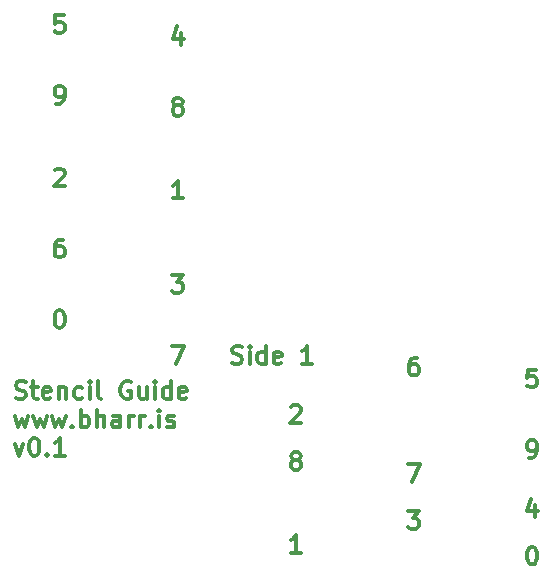
<source format=gto>
G04 (created by PCBNEW (2013-mar-13)-testing) date Fri 14 Jun 2013 17:44:45 WST*
%MOIN*%
G04 Gerber Fmt 3.4, Leading zero omitted, Abs format*
%FSLAX34Y34*%
G01*
G70*
G90*
G04 APERTURE LIST*
%ADD10C,0.006000*%
%ADD11C,0.011811*%
G04 APERTURE END LIST*
G54D10*
G54D11*
X39876Y-52601D02*
X39960Y-52629D01*
X40101Y-52629D01*
X40157Y-52601D01*
X40185Y-52573D01*
X40213Y-52516D01*
X40213Y-52460D01*
X40185Y-52404D01*
X40157Y-52376D01*
X40101Y-52348D01*
X39988Y-52320D01*
X39932Y-52291D01*
X39904Y-52263D01*
X39876Y-52207D01*
X39876Y-52151D01*
X39904Y-52095D01*
X39932Y-52066D01*
X39988Y-52038D01*
X40129Y-52038D01*
X40213Y-52066D01*
X40382Y-52235D02*
X40607Y-52235D01*
X40466Y-52038D02*
X40466Y-52544D01*
X40494Y-52601D01*
X40551Y-52629D01*
X40607Y-52629D01*
X41029Y-52601D02*
X40973Y-52629D01*
X40860Y-52629D01*
X40804Y-52601D01*
X40776Y-52544D01*
X40776Y-52320D01*
X40804Y-52263D01*
X40860Y-52235D01*
X40973Y-52235D01*
X41029Y-52263D01*
X41057Y-52320D01*
X41057Y-52376D01*
X40776Y-52432D01*
X41310Y-52235D02*
X41310Y-52629D01*
X41310Y-52291D02*
X41338Y-52263D01*
X41394Y-52235D01*
X41479Y-52235D01*
X41535Y-52263D01*
X41563Y-52320D01*
X41563Y-52629D01*
X42097Y-52601D02*
X42041Y-52629D01*
X41929Y-52629D01*
X41872Y-52601D01*
X41844Y-52573D01*
X41816Y-52516D01*
X41816Y-52348D01*
X41844Y-52291D01*
X41872Y-52263D01*
X41929Y-52235D01*
X42041Y-52235D01*
X42097Y-52263D01*
X42350Y-52629D02*
X42350Y-52235D01*
X42350Y-52038D02*
X42322Y-52066D01*
X42350Y-52095D01*
X42379Y-52066D01*
X42350Y-52038D01*
X42350Y-52095D01*
X42716Y-52629D02*
X42660Y-52601D01*
X42632Y-52544D01*
X42632Y-52038D01*
X43700Y-52066D02*
X43644Y-52038D01*
X43560Y-52038D01*
X43475Y-52066D01*
X43419Y-52123D01*
X43391Y-52179D01*
X43363Y-52291D01*
X43363Y-52376D01*
X43391Y-52488D01*
X43419Y-52544D01*
X43475Y-52601D01*
X43560Y-52629D01*
X43616Y-52629D01*
X43700Y-52601D01*
X43728Y-52573D01*
X43728Y-52376D01*
X43616Y-52376D01*
X44235Y-52235D02*
X44235Y-52629D01*
X43982Y-52235D02*
X43982Y-52544D01*
X44010Y-52601D01*
X44066Y-52629D01*
X44150Y-52629D01*
X44206Y-52601D01*
X44235Y-52573D01*
X44516Y-52629D02*
X44516Y-52235D01*
X44516Y-52038D02*
X44488Y-52066D01*
X44516Y-52095D01*
X44544Y-52066D01*
X44516Y-52038D01*
X44516Y-52095D01*
X45050Y-52629D02*
X45050Y-52038D01*
X45050Y-52601D02*
X44994Y-52629D01*
X44881Y-52629D01*
X44825Y-52601D01*
X44797Y-52573D01*
X44769Y-52516D01*
X44769Y-52348D01*
X44797Y-52291D01*
X44825Y-52263D01*
X44881Y-52235D01*
X44994Y-52235D01*
X45050Y-52263D01*
X45556Y-52601D02*
X45500Y-52629D01*
X45388Y-52629D01*
X45331Y-52601D01*
X45303Y-52544D01*
X45303Y-52320D01*
X45331Y-52263D01*
X45388Y-52235D01*
X45500Y-52235D01*
X45556Y-52263D01*
X45584Y-52320D01*
X45584Y-52376D01*
X45303Y-52432D01*
X39848Y-53180D02*
X39960Y-53574D01*
X40073Y-53293D01*
X40185Y-53574D01*
X40298Y-53180D01*
X40466Y-53180D02*
X40579Y-53574D01*
X40691Y-53293D01*
X40804Y-53574D01*
X40916Y-53180D01*
X41085Y-53180D02*
X41197Y-53574D01*
X41310Y-53293D01*
X41422Y-53574D01*
X41535Y-53180D01*
X41760Y-53517D02*
X41788Y-53546D01*
X41760Y-53574D01*
X41732Y-53546D01*
X41760Y-53517D01*
X41760Y-53574D01*
X42041Y-53574D02*
X42041Y-52983D01*
X42041Y-53208D02*
X42097Y-53180D01*
X42210Y-53180D01*
X42266Y-53208D01*
X42294Y-53236D01*
X42322Y-53293D01*
X42322Y-53461D01*
X42294Y-53517D01*
X42266Y-53546D01*
X42210Y-53574D01*
X42097Y-53574D01*
X42041Y-53546D01*
X42575Y-53574D02*
X42575Y-52983D01*
X42829Y-53574D02*
X42829Y-53264D01*
X42800Y-53208D01*
X42744Y-53180D01*
X42660Y-53180D01*
X42604Y-53208D01*
X42575Y-53236D01*
X43363Y-53574D02*
X43363Y-53264D01*
X43335Y-53208D01*
X43278Y-53180D01*
X43166Y-53180D01*
X43110Y-53208D01*
X43363Y-53546D02*
X43307Y-53574D01*
X43166Y-53574D01*
X43110Y-53546D01*
X43082Y-53489D01*
X43082Y-53433D01*
X43110Y-53377D01*
X43166Y-53349D01*
X43307Y-53349D01*
X43363Y-53321D01*
X43644Y-53574D02*
X43644Y-53180D01*
X43644Y-53293D02*
X43672Y-53236D01*
X43700Y-53208D01*
X43757Y-53180D01*
X43813Y-53180D01*
X44010Y-53574D02*
X44010Y-53180D01*
X44010Y-53293D02*
X44038Y-53236D01*
X44066Y-53208D01*
X44122Y-53180D01*
X44178Y-53180D01*
X44375Y-53517D02*
X44403Y-53546D01*
X44375Y-53574D01*
X44347Y-53546D01*
X44375Y-53517D01*
X44375Y-53574D01*
X44656Y-53574D02*
X44656Y-53180D01*
X44656Y-52983D02*
X44628Y-53011D01*
X44656Y-53039D01*
X44685Y-53011D01*
X44656Y-52983D01*
X44656Y-53039D01*
X44910Y-53546D02*
X44966Y-53574D01*
X45078Y-53574D01*
X45134Y-53546D01*
X45163Y-53489D01*
X45163Y-53461D01*
X45134Y-53405D01*
X45078Y-53377D01*
X44994Y-53377D01*
X44938Y-53349D01*
X44910Y-53293D01*
X44910Y-53264D01*
X44938Y-53208D01*
X44994Y-53180D01*
X45078Y-53180D01*
X45134Y-53208D01*
X39848Y-54125D02*
X39988Y-54519D01*
X40129Y-54125D01*
X40466Y-53928D02*
X40523Y-53928D01*
X40579Y-53956D01*
X40607Y-53984D01*
X40635Y-54041D01*
X40663Y-54153D01*
X40663Y-54294D01*
X40635Y-54406D01*
X40607Y-54462D01*
X40579Y-54491D01*
X40523Y-54519D01*
X40466Y-54519D01*
X40410Y-54491D01*
X40382Y-54462D01*
X40354Y-54406D01*
X40326Y-54294D01*
X40326Y-54153D01*
X40354Y-54041D01*
X40382Y-53984D01*
X40410Y-53956D01*
X40466Y-53928D01*
X40916Y-54462D02*
X40944Y-54491D01*
X40916Y-54519D01*
X40888Y-54491D01*
X40916Y-54462D01*
X40916Y-54519D01*
X41507Y-54519D02*
X41169Y-54519D01*
X41338Y-54519D02*
X41338Y-53928D01*
X41282Y-54012D01*
X41226Y-54069D01*
X41169Y-54097D01*
X57199Y-56172D02*
X57199Y-56566D01*
X57058Y-55947D02*
X56917Y-56369D01*
X57283Y-56369D01*
X56974Y-54597D02*
X57086Y-54597D01*
X57142Y-54569D01*
X57170Y-54541D01*
X57227Y-54457D01*
X57255Y-54344D01*
X57255Y-54119D01*
X57227Y-54063D01*
X57199Y-54035D01*
X57142Y-54007D01*
X57030Y-54007D01*
X56974Y-54035D01*
X56946Y-54063D01*
X56917Y-54119D01*
X56917Y-54260D01*
X56946Y-54316D01*
X56974Y-54344D01*
X57030Y-54372D01*
X57142Y-54372D01*
X57199Y-54344D01*
X57227Y-54316D01*
X57255Y-54260D01*
X57227Y-51645D02*
X56946Y-51645D01*
X56917Y-51926D01*
X56946Y-51898D01*
X57002Y-51870D01*
X57142Y-51870D01*
X57199Y-51898D01*
X57227Y-51926D01*
X57255Y-51982D01*
X57255Y-52123D01*
X57227Y-52179D01*
X57199Y-52207D01*
X57142Y-52235D01*
X57002Y-52235D01*
X56946Y-52207D01*
X56917Y-52179D01*
X52952Y-54794D02*
X53346Y-54794D01*
X53093Y-55385D01*
X53262Y-51251D02*
X53149Y-51251D01*
X53093Y-51279D01*
X53065Y-51307D01*
X53008Y-51392D01*
X52980Y-51504D01*
X52980Y-51729D01*
X53008Y-51785D01*
X53037Y-51813D01*
X53093Y-51841D01*
X53205Y-51841D01*
X53262Y-51813D01*
X53290Y-51785D01*
X53318Y-51729D01*
X53318Y-51588D01*
X53290Y-51532D01*
X53262Y-51504D01*
X53205Y-51476D01*
X53093Y-51476D01*
X53037Y-51504D01*
X53008Y-51532D01*
X52980Y-51588D01*
X49156Y-54654D02*
X49100Y-54625D01*
X49071Y-54597D01*
X49043Y-54541D01*
X49043Y-54513D01*
X49071Y-54457D01*
X49100Y-54429D01*
X49156Y-54401D01*
X49268Y-54401D01*
X49325Y-54429D01*
X49353Y-54457D01*
X49381Y-54513D01*
X49381Y-54541D01*
X49353Y-54597D01*
X49325Y-54625D01*
X49268Y-54654D01*
X49156Y-54654D01*
X49100Y-54682D01*
X49071Y-54710D01*
X49043Y-54766D01*
X49043Y-54879D01*
X49071Y-54935D01*
X49100Y-54963D01*
X49156Y-54991D01*
X49268Y-54991D01*
X49325Y-54963D01*
X49353Y-54935D01*
X49381Y-54879D01*
X49381Y-54766D01*
X49353Y-54710D01*
X49325Y-54682D01*
X49268Y-54654D01*
X45078Y-50857D02*
X45472Y-50857D01*
X45219Y-51448D01*
X41451Y-47314D02*
X41338Y-47314D01*
X41282Y-47342D01*
X41254Y-47370D01*
X41197Y-47455D01*
X41169Y-47567D01*
X41169Y-47792D01*
X41197Y-47848D01*
X41226Y-47876D01*
X41282Y-47904D01*
X41394Y-47904D01*
X41451Y-47876D01*
X41479Y-47848D01*
X41507Y-47792D01*
X41507Y-47651D01*
X41479Y-47595D01*
X41451Y-47567D01*
X41394Y-47539D01*
X41282Y-47539D01*
X41226Y-47567D01*
X41197Y-47595D01*
X41169Y-47651D01*
X45219Y-42843D02*
X45163Y-42814D01*
X45134Y-42786D01*
X45106Y-42730D01*
X45106Y-42702D01*
X45134Y-42646D01*
X45163Y-42618D01*
X45219Y-42589D01*
X45331Y-42589D01*
X45388Y-42618D01*
X45416Y-42646D01*
X45444Y-42702D01*
X45444Y-42730D01*
X45416Y-42786D01*
X45388Y-42814D01*
X45331Y-42843D01*
X45219Y-42843D01*
X45163Y-42871D01*
X45134Y-42899D01*
X45106Y-42955D01*
X45106Y-43068D01*
X45134Y-43124D01*
X45163Y-43152D01*
X45219Y-43180D01*
X45331Y-43180D01*
X45388Y-43152D01*
X45416Y-43124D01*
X45444Y-43068D01*
X45444Y-42955D01*
X45416Y-42899D01*
X45388Y-42871D01*
X45331Y-42843D01*
X41226Y-42786D02*
X41338Y-42786D01*
X41394Y-42758D01*
X41422Y-42730D01*
X41479Y-42646D01*
X41507Y-42533D01*
X41507Y-42308D01*
X41479Y-42252D01*
X41451Y-42224D01*
X41394Y-42196D01*
X41282Y-42196D01*
X41226Y-42224D01*
X41197Y-42252D01*
X41169Y-42308D01*
X41169Y-42449D01*
X41197Y-42505D01*
X41226Y-42533D01*
X41282Y-42561D01*
X41394Y-42561D01*
X41451Y-42533D01*
X41479Y-42505D01*
X41507Y-42449D01*
X45388Y-40424D02*
X45388Y-40818D01*
X45247Y-40199D02*
X45106Y-40621D01*
X45472Y-40621D01*
X41479Y-39834D02*
X41197Y-39834D01*
X41169Y-40115D01*
X41197Y-40087D01*
X41254Y-40059D01*
X41394Y-40059D01*
X41451Y-40087D01*
X41479Y-40115D01*
X41507Y-40171D01*
X41507Y-40312D01*
X41479Y-40368D01*
X41451Y-40396D01*
X41394Y-40424D01*
X41254Y-40424D01*
X41197Y-40396D01*
X41169Y-40368D01*
X52952Y-56369D02*
X53318Y-56369D01*
X53121Y-56594D01*
X53205Y-56594D01*
X53262Y-56622D01*
X53290Y-56650D01*
X53318Y-56706D01*
X53318Y-56847D01*
X53290Y-56903D01*
X53262Y-56931D01*
X53205Y-56960D01*
X53037Y-56960D01*
X52980Y-56931D01*
X52952Y-56903D01*
X45078Y-48495D02*
X45444Y-48495D01*
X45247Y-48720D01*
X45331Y-48720D01*
X45388Y-48748D01*
X45416Y-48776D01*
X45444Y-48832D01*
X45444Y-48973D01*
X45416Y-49029D01*
X45388Y-49057D01*
X45331Y-49086D01*
X45163Y-49086D01*
X45106Y-49057D01*
X45078Y-49029D01*
X49043Y-52882D02*
X49071Y-52854D01*
X49128Y-52826D01*
X49268Y-52826D01*
X49325Y-52854D01*
X49353Y-52882D01*
X49381Y-52938D01*
X49381Y-52994D01*
X49353Y-53079D01*
X49015Y-53416D01*
X49381Y-53416D01*
X41169Y-45008D02*
X41197Y-44980D01*
X41254Y-44952D01*
X41394Y-44952D01*
X41451Y-44980D01*
X41479Y-45008D01*
X41507Y-45064D01*
X41507Y-45120D01*
X41479Y-45205D01*
X41141Y-45542D01*
X41507Y-45542D01*
X41310Y-49676D02*
X41366Y-49676D01*
X41422Y-49704D01*
X41451Y-49732D01*
X41479Y-49789D01*
X41507Y-49901D01*
X41507Y-50042D01*
X41479Y-50154D01*
X41451Y-50210D01*
X41422Y-50239D01*
X41366Y-50267D01*
X41310Y-50267D01*
X41254Y-50239D01*
X41226Y-50210D01*
X41197Y-50154D01*
X41169Y-50042D01*
X41169Y-49901D01*
X41197Y-49789D01*
X41226Y-49732D01*
X41254Y-49704D01*
X41310Y-49676D01*
X57058Y-57550D02*
X57114Y-57550D01*
X57170Y-57578D01*
X57199Y-57606D01*
X57227Y-57663D01*
X57255Y-57775D01*
X57255Y-57916D01*
X57227Y-58028D01*
X57199Y-58084D01*
X57170Y-58113D01*
X57114Y-58141D01*
X57058Y-58141D01*
X57002Y-58113D01*
X56974Y-58084D01*
X56946Y-58028D01*
X56917Y-57916D01*
X56917Y-57775D01*
X56946Y-57663D01*
X56974Y-57606D01*
X57002Y-57578D01*
X57058Y-57550D01*
X45444Y-45936D02*
X45106Y-45936D01*
X45275Y-45936D02*
X45275Y-45345D01*
X45219Y-45430D01*
X45163Y-45486D01*
X45106Y-45514D01*
X49381Y-57747D02*
X49043Y-57747D01*
X49212Y-57747D02*
X49212Y-57156D01*
X49156Y-57241D01*
X49100Y-57297D01*
X49043Y-57325D01*
X47089Y-51420D02*
X47173Y-51448D01*
X47314Y-51448D01*
X47370Y-51420D01*
X47398Y-51392D01*
X47426Y-51335D01*
X47426Y-51279D01*
X47398Y-51223D01*
X47370Y-51195D01*
X47314Y-51167D01*
X47201Y-51138D01*
X47145Y-51110D01*
X47117Y-51082D01*
X47089Y-51026D01*
X47089Y-50970D01*
X47117Y-50913D01*
X47145Y-50885D01*
X47201Y-50857D01*
X47342Y-50857D01*
X47426Y-50885D01*
X47679Y-51448D02*
X47679Y-51054D01*
X47679Y-50857D02*
X47651Y-50885D01*
X47679Y-50913D01*
X47708Y-50885D01*
X47679Y-50857D01*
X47679Y-50913D01*
X48214Y-51448D02*
X48214Y-50857D01*
X48214Y-51420D02*
X48158Y-51448D01*
X48045Y-51448D01*
X47989Y-51420D01*
X47961Y-51392D01*
X47933Y-51335D01*
X47933Y-51167D01*
X47961Y-51110D01*
X47989Y-51082D01*
X48045Y-51054D01*
X48158Y-51054D01*
X48214Y-51082D01*
X48720Y-51420D02*
X48664Y-51448D01*
X48551Y-51448D01*
X48495Y-51420D01*
X48467Y-51363D01*
X48467Y-51138D01*
X48495Y-51082D01*
X48551Y-51054D01*
X48664Y-51054D01*
X48720Y-51082D01*
X48748Y-51138D01*
X48748Y-51195D01*
X48467Y-51251D01*
X49760Y-51448D02*
X49423Y-51448D01*
X49592Y-51448D02*
X49592Y-50857D01*
X49535Y-50942D01*
X49479Y-50998D01*
X49423Y-51026D01*
M02*

</source>
